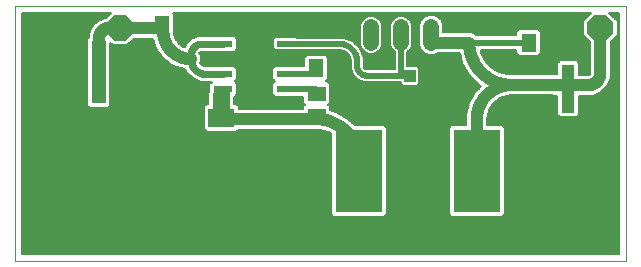
<source format=gtl>
G75*
%MOIN*%
%OFA0B0*%
%FSLAX25Y25*%
%IPPOS*%
%LPD*%
%AMOC8*
5,1,8,0,0,1.08239X$1,22.5*
%
%ADD10C,0.00000*%
%ADD11R,0.04700X0.21100*%
%ADD12R,0.05118X0.05906*%
%ADD13R,0.04300X0.16000*%
%ADD14R,0.05906X0.05118*%
%ADD15R,0.08583X0.06378*%
%ADD16R,0.15748X0.27559*%
%ADD17C,0.05200*%
%ADD18R,0.03937X0.04331*%
%ADD19R,0.06300X0.02100*%
%ADD20OC8,0.08500*%
%ADD21C,0.00600*%
%ADD22C,0.03569*%
%ADD23C,0.02000*%
%ADD24C,0.04000*%
%ADD25C,0.02200*%
D10*
X0012668Y0004395D02*
X0012668Y0089356D01*
X0216369Y0089356D01*
X0216369Y0004395D01*
X0012668Y0004395D01*
D11*
X0040533Y0028006D03*
X0040533Y0067206D03*
D12*
X0061604Y0083032D03*
X0069084Y0083032D03*
X0113000Y0068465D03*
X0120480Y0068465D03*
X0183752Y0077011D03*
X0191232Y0077011D03*
D13*
X0196972Y0061609D03*
X0196972Y0037009D03*
D14*
X0113127Y0052590D03*
X0113127Y0060070D03*
D15*
X0081385Y0052050D03*
X0081385Y0035436D03*
D16*
X0127137Y0034235D03*
X0166507Y0034235D03*
D17*
X0151272Y0077021D02*
X0151272Y0082221D01*
X0141272Y0082221D02*
X0141272Y0077021D01*
X0131272Y0077021D02*
X0131272Y0082221D01*
D18*
X0144225Y0065926D03*
X0150917Y0065926D03*
D19*
X0102904Y0066641D03*
X0102904Y0061641D03*
X0082004Y0061641D03*
X0082004Y0066641D03*
X0082004Y0071641D03*
X0082004Y0076641D03*
X0102904Y0076641D03*
X0102904Y0071641D03*
D20*
X0047668Y0081895D03*
X0207668Y0081895D03*
X0207668Y0011895D03*
X0047668Y0011895D03*
D21*
X0014968Y0012070D02*
X0214069Y0012070D01*
X0214069Y0012668D02*
X0014968Y0012668D01*
X0014968Y0013267D02*
X0214069Y0013267D01*
X0214069Y0013865D02*
X0014968Y0013865D01*
X0014968Y0014464D02*
X0214069Y0014464D01*
X0214069Y0015063D02*
X0014968Y0015063D01*
X0014968Y0015661D02*
X0214069Y0015661D01*
X0214069Y0016260D02*
X0014968Y0016260D01*
X0014968Y0016858D02*
X0214069Y0016858D01*
X0214069Y0017457D02*
X0014968Y0017457D01*
X0014968Y0018055D02*
X0214069Y0018055D01*
X0214069Y0018654D02*
X0014968Y0018654D01*
X0014968Y0019252D02*
X0118345Y0019252D01*
X0118641Y0018956D02*
X0117763Y0019835D01*
X0117763Y0046813D01*
X0116860Y0047317D01*
X0114139Y0048005D01*
X0112741Y0048077D01*
X0112709Y0048077D01*
X0112038Y0048067D01*
X0112014Y0048077D01*
X0087014Y0048077D01*
X0086298Y0047361D01*
X0076473Y0047361D01*
X0075594Y0048240D01*
X0075594Y0055860D01*
X0076473Y0056739D01*
X0077054Y0056739D01*
X0077054Y0060176D01*
X0077354Y0060899D01*
X0077354Y0063312D01*
X0078083Y0064041D01*
X0074621Y0064041D01*
X0071830Y0065197D01*
X0071830Y0065197D01*
X0069694Y0067333D01*
X0069694Y0067333D01*
X0069362Y0068134D01*
X0069135Y0068134D01*
X0065327Y0069372D01*
X0065327Y0069372D01*
X0062088Y0071725D01*
X0062088Y0071725D01*
X0062088Y0071725D01*
X0059735Y0074965D01*
X0059735Y0074965D01*
X0058620Y0078395D01*
X0052300Y0078395D01*
X0050050Y0076145D01*
X0045287Y0076145D01*
X0044383Y0077049D01*
X0044383Y0056035D01*
X0043505Y0055156D01*
X0037562Y0055156D01*
X0036683Y0056035D01*
X0036683Y0078377D01*
X0037129Y0078823D01*
X0037129Y0079953D01*
X0038164Y0082450D01*
X0038164Y0082450D01*
X0040075Y0084361D01*
X0040075Y0084361D01*
X0042572Y0085395D01*
X0043037Y0085395D01*
X0044697Y0087056D01*
X0014968Y0087056D01*
X0014968Y0006695D01*
X0214069Y0006695D01*
X0214069Y0087056D01*
X0210639Y0087056D01*
X0213418Y0084277D01*
X0213418Y0079514D01*
X0211168Y0077264D01*
X0211168Y0065403D01*
X0210027Y0062647D01*
X0210027Y0062647D01*
X0207917Y0060537D01*
X0207917Y0060537D01*
X0205160Y0059395D01*
X0200622Y0059395D01*
X0200622Y0052988D01*
X0199744Y0052109D01*
X0194201Y0052109D01*
X0193322Y0052988D01*
X0193322Y0059395D01*
X0191777Y0059395D01*
X0191666Y0059459D01*
X0178008Y0059459D01*
X0176964Y0059391D01*
X0174946Y0058850D01*
X0173137Y0057806D01*
X0171660Y0056329D01*
X0170616Y0054520D01*
X0170075Y0052502D01*
X0170007Y0051458D01*
X0170007Y0049515D01*
X0175002Y0049515D01*
X0175881Y0048636D01*
X0175881Y0019835D01*
X0175002Y0018956D01*
X0158011Y0018956D01*
X0157133Y0019835D01*
X0157133Y0048636D01*
X0158011Y0049515D01*
X0163007Y0049515D01*
X0163007Y0053433D01*
X0164029Y0057248D01*
X0164029Y0057248D01*
X0166004Y0060669D01*
X0166004Y0060669D01*
X0167910Y0062575D01*
X0167231Y0062966D01*
X0167231Y0062966D01*
X0167231Y0062966D01*
X0163964Y0066234D01*
X0163964Y0066234D01*
X0161653Y0070236D01*
X0161653Y0070236D01*
X0160776Y0073511D01*
X0153512Y0073511D01*
X0152088Y0072921D01*
X0150457Y0072921D01*
X0148950Y0073545D01*
X0147796Y0074698D01*
X0147172Y0076205D01*
X0147172Y0083036D01*
X0147796Y0084543D01*
X0148950Y0085696D01*
X0150457Y0086321D01*
X0152088Y0086321D01*
X0153595Y0085696D01*
X0154748Y0084543D01*
X0155372Y0083036D01*
X0155372Y0080511D01*
X0164653Y0080511D01*
X0165940Y0079978D01*
X0166407Y0079511D01*
X0179693Y0079511D01*
X0179693Y0080585D01*
X0180571Y0081463D01*
X0186932Y0081463D01*
X0187811Y0080585D01*
X0187811Y0073437D01*
X0186932Y0072558D01*
X0180571Y0072558D01*
X0179693Y0073437D01*
X0179693Y0074511D01*
X0167848Y0074511D01*
X0168260Y0072973D01*
X0169637Y0070587D01*
X0171585Y0068640D01*
X0173970Y0067263D01*
X0176631Y0066550D01*
X0178008Y0066459D01*
X0193322Y0066459D01*
X0193322Y0070230D01*
X0194201Y0071109D01*
X0199744Y0071109D01*
X0200622Y0070230D01*
X0200622Y0066395D01*
X0203668Y0066395D01*
X0203766Y0066405D01*
X0203946Y0066480D01*
X0204084Y0066617D01*
X0204159Y0066798D01*
X0204168Y0066895D01*
X0204168Y0077264D01*
X0201918Y0079514D01*
X0201918Y0084277D01*
X0204697Y0087056D01*
X0065213Y0087056D01*
X0065663Y0086606D01*
X0065663Y0079597D01*
X0066112Y0078214D01*
X0067149Y0076786D01*
X0068577Y0075749D01*
X0069080Y0075586D01*
X0069492Y0076579D01*
X0069492Y0076579D01*
X0071256Y0078343D01*
X0071256Y0078343D01*
X0073560Y0079297D01*
X0082659Y0079297D01*
X0082844Y0079191D01*
X0085775Y0079191D01*
X0086654Y0078312D01*
X0086654Y0074969D01*
X0085775Y0074091D01*
X0082642Y0074091D01*
X0082521Y0074041D01*
X0081487Y0074041D01*
X0081366Y0074091D01*
X0078233Y0074091D01*
X0078226Y0074097D01*
X0074807Y0074097D01*
X0074598Y0074077D01*
X0074213Y0073917D01*
X0074009Y0073713D01*
X0074105Y0073617D01*
X0074638Y0072331D01*
X0074638Y0070938D01*
X0074306Y0070139D01*
X0074801Y0069644D01*
X0075664Y0069287D01*
X0076131Y0069241D01*
X0082521Y0069241D01*
X0082642Y0069191D01*
X0085775Y0069191D01*
X0086654Y0068312D01*
X0086654Y0064969D01*
X0085825Y0064141D01*
X0086654Y0063312D01*
X0086654Y0059969D01*
X0085775Y0059091D01*
X0085715Y0059091D01*
X0085715Y0056739D01*
X0086298Y0056739D01*
X0087177Y0055860D01*
X0087177Y0055077D01*
X0108675Y0055077D01*
X0108675Y0055770D01*
X0109234Y0056330D01*
X0108675Y0056890D01*
X0108675Y0059038D01*
X0105698Y0059091D01*
X0099133Y0059091D01*
X0098254Y0059969D01*
X0098254Y0063312D01*
X0099083Y0064141D01*
X0098254Y0064969D01*
X0098254Y0068312D01*
X0099133Y0069191D01*
X0106675Y0069191D01*
X0106725Y0069141D01*
X0108941Y0069141D01*
X0108941Y0072039D01*
X0109820Y0072917D01*
X0116180Y0072917D01*
X0117059Y0072039D01*
X0117059Y0064890D01*
X0116298Y0064129D01*
X0116701Y0064129D01*
X0117580Y0063250D01*
X0117580Y0056890D01*
X0117020Y0056330D01*
X0117580Y0055770D01*
X0117580Y0054450D01*
X0119502Y0053964D01*
X0119502Y0053964D01*
X0123583Y0051685D01*
X0123583Y0051685D01*
X0125816Y0049515D01*
X0135632Y0049515D01*
X0136511Y0048636D01*
X0136511Y0019835D01*
X0135632Y0018956D01*
X0118641Y0018956D01*
X0117763Y0019851D02*
X0014968Y0019851D01*
X0014968Y0020449D02*
X0117763Y0020449D01*
X0117763Y0021048D02*
X0014968Y0021048D01*
X0014968Y0021646D02*
X0117763Y0021646D01*
X0117763Y0022245D02*
X0014968Y0022245D01*
X0014968Y0022843D02*
X0117763Y0022843D01*
X0117763Y0023442D02*
X0014968Y0023442D01*
X0014968Y0024040D02*
X0117763Y0024040D01*
X0117763Y0024639D02*
X0014968Y0024639D01*
X0014968Y0025237D02*
X0117763Y0025237D01*
X0117763Y0025836D02*
X0014968Y0025836D01*
X0014968Y0026434D02*
X0117763Y0026434D01*
X0117763Y0027033D02*
X0014968Y0027033D01*
X0014968Y0027631D02*
X0117763Y0027631D01*
X0117763Y0028230D02*
X0014968Y0028230D01*
X0014968Y0028828D02*
X0117763Y0028828D01*
X0117763Y0029427D02*
X0014968Y0029427D01*
X0014968Y0030025D02*
X0117763Y0030025D01*
X0117763Y0030624D02*
X0014968Y0030624D01*
X0014968Y0031222D02*
X0117763Y0031222D01*
X0117763Y0031821D02*
X0014968Y0031821D01*
X0014968Y0032419D02*
X0117763Y0032419D01*
X0117763Y0033018D02*
X0014968Y0033018D01*
X0014968Y0033616D02*
X0117763Y0033616D01*
X0117763Y0034215D02*
X0014968Y0034215D01*
X0014968Y0034813D02*
X0117763Y0034813D01*
X0117763Y0035412D02*
X0014968Y0035412D01*
X0014968Y0036010D02*
X0117763Y0036010D01*
X0117763Y0036609D02*
X0014968Y0036609D01*
X0014968Y0037207D02*
X0117763Y0037207D01*
X0117763Y0037806D02*
X0014968Y0037806D01*
X0014968Y0038404D02*
X0117763Y0038404D01*
X0117763Y0039003D02*
X0014968Y0039003D01*
X0014968Y0039601D02*
X0117763Y0039601D01*
X0117763Y0040200D02*
X0014968Y0040200D01*
X0014968Y0040798D02*
X0117763Y0040798D01*
X0117763Y0041397D02*
X0014968Y0041397D01*
X0014968Y0041996D02*
X0117763Y0041996D01*
X0117763Y0042594D02*
X0014968Y0042594D01*
X0014968Y0043193D02*
X0117763Y0043193D01*
X0117763Y0043791D02*
X0014968Y0043791D01*
X0014968Y0044390D02*
X0117763Y0044390D01*
X0117763Y0044988D02*
X0014968Y0044988D01*
X0014968Y0045587D02*
X0117763Y0045587D01*
X0117763Y0046185D02*
X0014968Y0046185D01*
X0014968Y0046784D02*
X0117763Y0046784D01*
X0116603Y0047382D02*
X0086319Y0047382D01*
X0086918Y0047981D02*
X0114235Y0047981D01*
X0121643Y0052769D02*
X0163007Y0052769D01*
X0163007Y0053367D02*
X0120571Y0053367D01*
X0119496Y0053966D02*
X0163150Y0053966D01*
X0163310Y0054564D02*
X0117580Y0054564D01*
X0117580Y0055163D02*
X0163470Y0055163D01*
X0163631Y0055761D02*
X0117580Y0055761D01*
X0117050Y0056360D02*
X0163791Y0056360D01*
X0163951Y0056958D02*
X0117580Y0056958D01*
X0117580Y0057557D02*
X0164207Y0057557D01*
X0164553Y0058155D02*
X0117580Y0058155D01*
X0117580Y0058754D02*
X0164898Y0058754D01*
X0165244Y0059352D02*
X0117580Y0059352D01*
X0117580Y0059951D02*
X0165589Y0059951D01*
X0165935Y0060549D02*
X0117580Y0060549D01*
X0117580Y0061148D02*
X0166483Y0061148D01*
X0167081Y0061746D02*
X0117580Y0061746D01*
X0117580Y0062345D02*
X0167680Y0062345D01*
X0167271Y0062943D02*
X0146932Y0062943D01*
X0146649Y0062661D02*
X0147293Y0063305D01*
X0147293Y0068547D01*
X0146649Y0069191D01*
X0143372Y0069191D01*
X0143372Y0073888D01*
X0144409Y0074925D01*
X0144972Y0076285D01*
X0144972Y0082957D01*
X0144409Y0084316D01*
X0143368Y0085357D01*
X0142008Y0085921D01*
X0140536Y0085921D01*
X0139176Y0085357D01*
X0138136Y0084316D01*
X0137572Y0082957D01*
X0137572Y0076285D01*
X0138136Y0074925D01*
X0139172Y0073888D01*
X0139172Y0068158D01*
X0129788Y0068158D01*
X0129584Y0068178D01*
X0129208Y0068334D01*
X0128919Y0068622D01*
X0128763Y0068999D01*
X0128743Y0069203D01*
X0128743Y0072231D01*
X0127506Y0075218D01*
X0125220Y0077504D01*
X0122234Y0078741D01*
X0106560Y0078741D01*
X0106510Y0078791D01*
X0099298Y0078791D01*
X0098654Y0078146D01*
X0098654Y0075135D01*
X0099298Y0074491D01*
X0106510Y0074491D01*
X0106560Y0074541D01*
X0120618Y0074541D01*
X0121384Y0074465D01*
X0122799Y0073879D01*
X0123882Y0072796D01*
X0124468Y0071381D01*
X0124543Y0070615D01*
X0124543Y0068160D01*
X0125342Y0066232D01*
X0126817Y0064757D01*
X0126817Y0064757D01*
X0128745Y0063958D01*
X0141156Y0063958D01*
X0141156Y0063305D01*
X0141800Y0062661D01*
X0146649Y0062661D01*
X0147293Y0063542D02*
X0166656Y0063542D01*
X0166057Y0064140D02*
X0147293Y0064140D01*
X0147293Y0064739D02*
X0165459Y0064739D01*
X0164860Y0065337D02*
X0147293Y0065337D01*
X0147293Y0065936D02*
X0164262Y0065936D01*
X0163790Y0066534D02*
X0147293Y0066534D01*
X0147293Y0067133D02*
X0163445Y0067133D01*
X0163099Y0067732D02*
X0147293Y0067732D01*
X0147293Y0068330D02*
X0162754Y0068330D01*
X0162408Y0068929D02*
X0146911Y0068929D01*
X0143372Y0069527D02*
X0162062Y0069527D01*
X0161717Y0070126D02*
X0143372Y0070126D01*
X0143372Y0070724D02*
X0161522Y0070724D01*
X0161362Y0071323D02*
X0143372Y0071323D01*
X0143372Y0071921D02*
X0161202Y0071921D01*
X0161041Y0072520D02*
X0143372Y0072520D01*
X0143372Y0073118D02*
X0149980Y0073118D01*
X0148778Y0073717D02*
X0143372Y0073717D01*
X0143799Y0074315D02*
X0148179Y0074315D01*
X0147707Y0074914D02*
X0144398Y0074914D01*
X0144652Y0075512D02*
X0147459Y0075512D01*
X0147211Y0076111D02*
X0144900Y0076111D01*
X0144972Y0076709D02*
X0147172Y0076709D01*
X0147172Y0077308D02*
X0144972Y0077308D01*
X0144972Y0077906D02*
X0147172Y0077906D01*
X0147172Y0078505D02*
X0144972Y0078505D01*
X0144972Y0079103D02*
X0147172Y0079103D01*
X0147172Y0079702D02*
X0144972Y0079702D01*
X0144972Y0080300D02*
X0147172Y0080300D01*
X0147172Y0080899D02*
X0144972Y0080899D01*
X0144972Y0081497D02*
X0147172Y0081497D01*
X0147172Y0082096D02*
X0144972Y0082096D01*
X0144972Y0082694D02*
X0147172Y0082694D01*
X0147279Y0083293D02*
X0144833Y0083293D01*
X0144585Y0083891D02*
X0147526Y0083891D01*
X0147774Y0084490D02*
X0144236Y0084490D01*
X0143637Y0085088D02*
X0148342Y0085088D01*
X0148940Y0085687D02*
X0142573Y0085687D01*
X0139972Y0085687D02*
X0132573Y0085687D01*
X0132008Y0085921D02*
X0130536Y0085921D01*
X0129176Y0085357D01*
X0128136Y0084316D01*
X0127572Y0082957D01*
X0127572Y0076285D01*
X0128136Y0074925D01*
X0129176Y0073884D01*
X0130536Y0073321D01*
X0132008Y0073321D01*
X0133368Y0073884D01*
X0134409Y0074925D01*
X0134972Y0076285D01*
X0134972Y0082957D01*
X0134409Y0084316D01*
X0133368Y0085357D01*
X0132008Y0085921D01*
X0133637Y0085088D02*
X0138907Y0085088D01*
X0138309Y0084490D02*
X0134236Y0084490D01*
X0134585Y0083891D02*
X0137959Y0083891D01*
X0137712Y0083293D02*
X0134833Y0083293D01*
X0134972Y0082694D02*
X0137572Y0082694D01*
X0137572Y0082096D02*
X0134972Y0082096D01*
X0134972Y0081497D02*
X0137572Y0081497D01*
X0137572Y0080899D02*
X0134972Y0080899D01*
X0134972Y0080300D02*
X0137572Y0080300D01*
X0137572Y0079702D02*
X0134972Y0079702D01*
X0134972Y0079103D02*
X0137572Y0079103D01*
X0137572Y0078505D02*
X0134972Y0078505D01*
X0134972Y0077906D02*
X0137572Y0077906D01*
X0137572Y0077308D02*
X0134972Y0077308D01*
X0134972Y0076709D02*
X0137572Y0076709D01*
X0137644Y0076111D02*
X0134900Y0076111D01*
X0134652Y0075512D02*
X0137892Y0075512D01*
X0138147Y0074914D02*
X0134398Y0074914D01*
X0133799Y0074315D02*
X0138745Y0074315D01*
X0139172Y0073717D02*
X0132964Y0073717D01*
X0129580Y0073717D02*
X0128128Y0073717D01*
X0127880Y0074315D02*
X0128745Y0074315D01*
X0128147Y0074914D02*
X0127632Y0074914D01*
X0127506Y0075218D02*
X0127506Y0075218D01*
X0127212Y0075512D02*
X0127892Y0075512D01*
X0127644Y0076111D02*
X0126613Y0076111D01*
X0126015Y0076709D02*
X0127572Y0076709D01*
X0127572Y0077308D02*
X0125416Y0077308D01*
X0125220Y0077504D02*
X0125220Y0077504D01*
X0124249Y0077906D02*
X0127572Y0077906D01*
X0127572Y0078505D02*
X0122804Y0078505D01*
X0127572Y0079103D02*
X0085863Y0079103D01*
X0086461Y0078505D02*
X0099012Y0078505D01*
X0098654Y0077906D02*
X0086654Y0077906D01*
X0086654Y0077308D02*
X0098654Y0077308D01*
X0098654Y0076709D02*
X0086654Y0076709D01*
X0086654Y0076111D02*
X0098654Y0076111D01*
X0098654Y0075512D02*
X0086654Y0075512D01*
X0086598Y0074914D02*
X0098875Y0074914D01*
X0108941Y0071921D02*
X0074638Y0071921D01*
X0074638Y0071323D02*
X0108941Y0071323D01*
X0108941Y0070724D02*
X0074549Y0070724D01*
X0074320Y0070126D02*
X0108941Y0070126D01*
X0108941Y0069527D02*
X0075084Y0069527D01*
X0074559Y0072520D02*
X0109422Y0072520D01*
X0116578Y0072520D02*
X0123996Y0072520D01*
X0124244Y0071921D02*
X0117059Y0071921D01*
X0117059Y0071323D02*
X0124474Y0071323D01*
X0124533Y0070724D02*
X0117059Y0070724D01*
X0117059Y0070126D02*
X0124543Y0070126D01*
X0124543Y0069527D02*
X0117059Y0069527D01*
X0117059Y0068929D02*
X0124543Y0068929D01*
X0124543Y0068330D02*
X0117059Y0068330D01*
X0117059Y0067732D02*
X0124721Y0067732D01*
X0124543Y0068160D02*
X0124543Y0068160D01*
X0124968Y0067133D02*
X0117059Y0067133D01*
X0117059Y0066534D02*
X0125216Y0066534D01*
X0125638Y0065936D02*
X0117059Y0065936D01*
X0117059Y0065337D02*
X0126236Y0065337D01*
X0126860Y0064739D02*
X0116908Y0064739D01*
X0116309Y0064140D02*
X0128305Y0064140D01*
X0129218Y0068330D02*
X0139172Y0068330D01*
X0139172Y0068929D02*
X0128793Y0068929D01*
X0128743Y0069527D02*
X0139172Y0069527D01*
X0139172Y0070126D02*
X0128743Y0070126D01*
X0128743Y0070724D02*
X0139172Y0070724D01*
X0139172Y0071323D02*
X0128743Y0071323D01*
X0128743Y0071921D02*
X0139172Y0071921D01*
X0139172Y0072520D02*
X0128624Y0072520D01*
X0128376Y0073118D02*
X0139172Y0073118D01*
X0152565Y0073118D02*
X0160881Y0073118D01*
X0167900Y0074315D02*
X0179693Y0074315D01*
X0179693Y0073717D02*
X0168061Y0073717D01*
X0168221Y0073118D02*
X0180011Y0073118D01*
X0187492Y0073118D02*
X0204168Y0073118D01*
X0204168Y0072520D02*
X0168522Y0072520D01*
X0168867Y0071921D02*
X0204168Y0071921D01*
X0204168Y0071323D02*
X0169213Y0071323D01*
X0169558Y0070724D02*
X0193816Y0070724D01*
X0193322Y0070126D02*
X0170099Y0070126D01*
X0170698Y0069527D02*
X0193322Y0069527D01*
X0193322Y0068929D02*
X0171296Y0068929D01*
X0172122Y0068330D02*
X0193322Y0068330D01*
X0193322Y0067732D02*
X0173158Y0067732D01*
X0174454Y0067133D02*
X0193322Y0067133D01*
X0193322Y0066534D02*
X0176863Y0066534D01*
X0176820Y0059352D02*
X0193322Y0059352D01*
X0193322Y0058754D02*
X0174779Y0058754D01*
X0173742Y0058155D02*
X0193322Y0058155D01*
X0193322Y0057557D02*
X0172888Y0057557D01*
X0172290Y0056958D02*
X0193322Y0056958D01*
X0193322Y0056360D02*
X0171691Y0056360D01*
X0171332Y0055761D02*
X0193322Y0055761D01*
X0193322Y0055163D02*
X0170987Y0055163D01*
X0170641Y0054564D02*
X0193322Y0054564D01*
X0193322Y0053966D02*
X0170467Y0053966D01*
X0170307Y0053367D02*
X0193322Y0053367D01*
X0193541Y0052769D02*
X0170147Y0052769D01*
X0170053Y0052170D02*
X0194140Y0052170D01*
X0199805Y0052170D02*
X0214069Y0052170D01*
X0214069Y0051572D02*
X0170014Y0051572D01*
X0170007Y0050973D02*
X0214069Y0050973D01*
X0214069Y0050375D02*
X0170007Y0050375D01*
X0170007Y0049776D02*
X0214069Y0049776D01*
X0214069Y0049178D02*
X0175339Y0049178D01*
X0175881Y0048579D02*
X0214069Y0048579D01*
X0214069Y0047981D02*
X0175881Y0047981D01*
X0175881Y0047382D02*
X0214069Y0047382D01*
X0214069Y0046784D02*
X0175881Y0046784D01*
X0175881Y0046185D02*
X0214069Y0046185D01*
X0214069Y0045587D02*
X0175881Y0045587D01*
X0175881Y0044988D02*
X0214069Y0044988D01*
X0214069Y0044390D02*
X0175881Y0044390D01*
X0175881Y0043791D02*
X0214069Y0043791D01*
X0214069Y0043193D02*
X0175881Y0043193D01*
X0175881Y0042594D02*
X0214069Y0042594D01*
X0214069Y0041996D02*
X0175881Y0041996D01*
X0175881Y0041397D02*
X0214069Y0041397D01*
X0214069Y0040798D02*
X0175881Y0040798D01*
X0175881Y0040200D02*
X0214069Y0040200D01*
X0214069Y0039601D02*
X0175881Y0039601D01*
X0175881Y0039003D02*
X0214069Y0039003D01*
X0214069Y0038404D02*
X0175881Y0038404D01*
X0175881Y0037806D02*
X0214069Y0037806D01*
X0214069Y0037207D02*
X0175881Y0037207D01*
X0175881Y0036609D02*
X0214069Y0036609D01*
X0214069Y0036010D02*
X0175881Y0036010D01*
X0175881Y0035412D02*
X0214069Y0035412D01*
X0214069Y0034813D02*
X0175881Y0034813D01*
X0175881Y0034215D02*
X0214069Y0034215D01*
X0214069Y0033616D02*
X0175881Y0033616D01*
X0175881Y0033018D02*
X0214069Y0033018D01*
X0214069Y0032419D02*
X0175881Y0032419D01*
X0175881Y0031821D02*
X0214069Y0031821D01*
X0214069Y0031222D02*
X0175881Y0031222D01*
X0175881Y0030624D02*
X0214069Y0030624D01*
X0214069Y0030025D02*
X0175881Y0030025D01*
X0175881Y0029427D02*
X0214069Y0029427D01*
X0214069Y0028828D02*
X0175881Y0028828D01*
X0175881Y0028230D02*
X0214069Y0028230D01*
X0214069Y0027631D02*
X0175881Y0027631D01*
X0175881Y0027033D02*
X0214069Y0027033D01*
X0214069Y0026434D02*
X0175881Y0026434D01*
X0175881Y0025836D02*
X0214069Y0025836D01*
X0214069Y0025237D02*
X0175881Y0025237D01*
X0175881Y0024639D02*
X0214069Y0024639D01*
X0214069Y0024040D02*
X0175881Y0024040D01*
X0175881Y0023442D02*
X0214069Y0023442D01*
X0214069Y0022843D02*
X0175881Y0022843D01*
X0175881Y0022245D02*
X0214069Y0022245D01*
X0214069Y0021646D02*
X0175881Y0021646D01*
X0175881Y0021048D02*
X0214069Y0021048D01*
X0214069Y0020449D02*
X0175881Y0020449D01*
X0175881Y0019851D02*
X0214069Y0019851D01*
X0214069Y0019252D02*
X0175298Y0019252D01*
X0157715Y0019252D02*
X0135928Y0019252D01*
X0136511Y0019851D02*
X0157133Y0019851D01*
X0157133Y0020449D02*
X0136511Y0020449D01*
X0136511Y0021048D02*
X0157133Y0021048D01*
X0157133Y0021646D02*
X0136511Y0021646D01*
X0136511Y0022245D02*
X0157133Y0022245D01*
X0157133Y0022843D02*
X0136511Y0022843D01*
X0136511Y0023442D02*
X0157133Y0023442D01*
X0157133Y0024040D02*
X0136511Y0024040D01*
X0136511Y0024639D02*
X0157133Y0024639D01*
X0157133Y0025237D02*
X0136511Y0025237D01*
X0136511Y0025836D02*
X0157133Y0025836D01*
X0157133Y0026434D02*
X0136511Y0026434D01*
X0136511Y0027033D02*
X0157133Y0027033D01*
X0157133Y0027631D02*
X0136511Y0027631D01*
X0136511Y0028230D02*
X0157133Y0028230D01*
X0157133Y0028828D02*
X0136511Y0028828D01*
X0136511Y0029427D02*
X0157133Y0029427D01*
X0157133Y0030025D02*
X0136511Y0030025D01*
X0136511Y0030624D02*
X0157133Y0030624D01*
X0157133Y0031222D02*
X0136511Y0031222D01*
X0136511Y0031821D02*
X0157133Y0031821D01*
X0157133Y0032419D02*
X0136511Y0032419D01*
X0136511Y0033018D02*
X0157133Y0033018D01*
X0157133Y0033616D02*
X0136511Y0033616D01*
X0136511Y0034215D02*
X0157133Y0034215D01*
X0157133Y0034813D02*
X0136511Y0034813D01*
X0136511Y0035412D02*
X0157133Y0035412D01*
X0157133Y0036010D02*
X0136511Y0036010D01*
X0136511Y0036609D02*
X0157133Y0036609D01*
X0157133Y0037207D02*
X0136511Y0037207D01*
X0136511Y0037806D02*
X0157133Y0037806D01*
X0157133Y0038404D02*
X0136511Y0038404D01*
X0136511Y0039003D02*
X0157133Y0039003D01*
X0157133Y0039601D02*
X0136511Y0039601D01*
X0136511Y0040200D02*
X0157133Y0040200D01*
X0157133Y0040798D02*
X0136511Y0040798D01*
X0136511Y0041397D02*
X0157133Y0041397D01*
X0157133Y0041996D02*
X0136511Y0041996D01*
X0136511Y0042594D02*
X0157133Y0042594D01*
X0157133Y0043193D02*
X0136511Y0043193D01*
X0136511Y0043791D02*
X0157133Y0043791D01*
X0157133Y0044390D02*
X0136511Y0044390D01*
X0136511Y0044988D02*
X0157133Y0044988D01*
X0157133Y0045587D02*
X0136511Y0045587D01*
X0136511Y0046185D02*
X0157133Y0046185D01*
X0157133Y0046784D02*
X0136511Y0046784D01*
X0136511Y0047382D02*
X0157133Y0047382D01*
X0157133Y0047981D02*
X0136511Y0047981D01*
X0136511Y0048579D02*
X0157133Y0048579D01*
X0157674Y0049178D02*
X0135969Y0049178D01*
X0125547Y0049776D02*
X0163007Y0049776D01*
X0163007Y0050375D02*
X0124931Y0050375D01*
X0124316Y0050973D02*
X0163007Y0050973D01*
X0163007Y0051572D02*
X0123700Y0051572D01*
X0122715Y0052170D02*
X0163007Y0052170D01*
X0141518Y0062943D02*
X0117580Y0062943D01*
X0117289Y0063542D02*
X0141156Y0063542D01*
X0123560Y0073118D02*
X0074311Y0073118D01*
X0074013Y0073717D02*
X0122961Y0073717D01*
X0121746Y0074315D02*
X0086000Y0074315D01*
X0086037Y0068929D02*
X0098870Y0068929D01*
X0098272Y0068330D02*
X0086636Y0068330D01*
X0086654Y0067732D02*
X0098254Y0067732D01*
X0098254Y0067133D02*
X0086654Y0067133D01*
X0086654Y0066534D02*
X0098254Y0066534D01*
X0098254Y0065936D02*
X0086654Y0065936D01*
X0086654Y0065337D02*
X0098254Y0065337D01*
X0098484Y0064739D02*
X0086423Y0064739D01*
X0085825Y0064140D02*
X0099082Y0064140D01*
X0098484Y0063542D02*
X0086424Y0063542D01*
X0086654Y0062943D02*
X0098254Y0062943D01*
X0098254Y0062345D02*
X0086654Y0062345D01*
X0086654Y0061746D02*
X0098254Y0061746D01*
X0098254Y0061148D02*
X0086654Y0061148D01*
X0086654Y0060549D02*
X0098254Y0060549D01*
X0098272Y0059951D02*
X0086635Y0059951D01*
X0086037Y0059352D02*
X0098871Y0059352D01*
X0108675Y0058754D02*
X0085715Y0058754D01*
X0085715Y0058155D02*
X0108675Y0058155D01*
X0108675Y0057557D02*
X0085715Y0057557D01*
X0085715Y0056958D02*
X0108675Y0056958D01*
X0109204Y0056360D02*
X0086677Y0056360D01*
X0087177Y0055761D02*
X0108675Y0055761D01*
X0108675Y0055163D02*
X0087177Y0055163D01*
X0077054Y0056958D02*
X0044383Y0056958D01*
X0044383Y0056360D02*
X0076094Y0056360D01*
X0075594Y0055761D02*
X0044110Y0055761D01*
X0043511Y0055163D02*
X0075594Y0055163D01*
X0075594Y0054564D02*
X0014968Y0054564D01*
X0014968Y0053966D02*
X0075594Y0053966D01*
X0075594Y0053367D02*
X0014968Y0053367D01*
X0014968Y0052769D02*
X0075594Y0052769D01*
X0075594Y0052170D02*
X0014968Y0052170D01*
X0014968Y0051572D02*
X0075594Y0051572D01*
X0075594Y0050973D02*
X0014968Y0050973D01*
X0014968Y0050375D02*
X0075594Y0050375D01*
X0075594Y0049776D02*
X0014968Y0049776D01*
X0014968Y0049178D02*
X0075594Y0049178D01*
X0075594Y0048579D02*
X0014968Y0048579D01*
X0014968Y0047981D02*
X0075853Y0047981D01*
X0076452Y0047382D02*
X0014968Y0047382D01*
X0014968Y0055163D02*
X0037555Y0055163D01*
X0036957Y0055761D02*
X0014968Y0055761D01*
X0014968Y0056360D02*
X0036683Y0056360D01*
X0036683Y0056958D02*
X0014968Y0056958D01*
X0014968Y0057557D02*
X0036683Y0057557D01*
X0036683Y0058155D02*
X0014968Y0058155D01*
X0014968Y0058754D02*
X0036683Y0058754D01*
X0036683Y0059352D02*
X0014968Y0059352D01*
X0014968Y0059951D02*
X0036683Y0059951D01*
X0036683Y0060549D02*
X0014968Y0060549D01*
X0014968Y0061148D02*
X0036683Y0061148D01*
X0036683Y0061746D02*
X0014968Y0061746D01*
X0014968Y0062345D02*
X0036683Y0062345D01*
X0036683Y0062943D02*
X0014968Y0062943D01*
X0014968Y0063542D02*
X0036683Y0063542D01*
X0036683Y0064140D02*
X0014968Y0064140D01*
X0014968Y0064739D02*
X0036683Y0064739D01*
X0036683Y0065337D02*
X0014968Y0065337D01*
X0014968Y0065936D02*
X0036683Y0065936D01*
X0036683Y0066534D02*
X0014968Y0066534D01*
X0014968Y0067133D02*
X0036683Y0067133D01*
X0036683Y0067732D02*
X0014968Y0067732D01*
X0014968Y0068330D02*
X0036683Y0068330D01*
X0036683Y0068929D02*
X0014968Y0068929D01*
X0014968Y0069527D02*
X0036683Y0069527D01*
X0036683Y0070126D02*
X0014968Y0070126D01*
X0014968Y0070724D02*
X0036683Y0070724D01*
X0036683Y0071323D02*
X0014968Y0071323D01*
X0014968Y0071921D02*
X0036683Y0071921D01*
X0036683Y0072520D02*
X0014968Y0072520D01*
X0014968Y0073118D02*
X0036683Y0073118D01*
X0036683Y0073717D02*
X0014968Y0073717D01*
X0014968Y0074315D02*
X0036683Y0074315D01*
X0036683Y0074914D02*
X0014968Y0074914D01*
X0014968Y0075512D02*
X0036683Y0075512D01*
X0036683Y0076111D02*
X0014968Y0076111D01*
X0014968Y0076709D02*
X0036683Y0076709D01*
X0036683Y0077308D02*
X0014968Y0077308D01*
X0014968Y0077906D02*
X0036683Y0077906D01*
X0036811Y0078505D02*
X0014968Y0078505D01*
X0014968Y0079103D02*
X0037129Y0079103D01*
X0037129Y0079702D02*
X0014968Y0079702D01*
X0014968Y0080300D02*
X0037273Y0080300D01*
X0037521Y0080899D02*
X0014968Y0080899D01*
X0014968Y0081497D02*
X0037769Y0081497D01*
X0038017Y0082096D02*
X0014968Y0082096D01*
X0014968Y0082694D02*
X0038408Y0082694D01*
X0039007Y0083293D02*
X0014968Y0083293D01*
X0014968Y0083891D02*
X0039605Y0083891D01*
X0040386Y0084490D02*
X0014968Y0084490D01*
X0014968Y0085088D02*
X0041831Y0085088D01*
X0043328Y0085687D02*
X0014968Y0085687D01*
X0014968Y0086285D02*
X0043927Y0086285D01*
X0044525Y0086884D02*
X0014968Y0086884D01*
X0044383Y0076709D02*
X0044723Y0076709D01*
X0044383Y0076111D02*
X0059362Y0076111D01*
X0059168Y0076709D02*
X0050614Y0076709D01*
X0051212Y0077308D02*
X0058973Y0077308D01*
X0058779Y0077906D02*
X0051811Y0077906D01*
X0044383Y0075512D02*
X0059557Y0075512D01*
X0059772Y0074914D02*
X0044383Y0074914D01*
X0044383Y0074315D02*
X0060206Y0074315D01*
X0060641Y0073717D02*
X0044383Y0073717D01*
X0044383Y0073118D02*
X0061076Y0073118D01*
X0061511Y0072520D02*
X0044383Y0072520D01*
X0044383Y0071921D02*
X0061946Y0071921D01*
X0062642Y0071323D02*
X0044383Y0071323D01*
X0044383Y0070724D02*
X0063466Y0070724D01*
X0064290Y0070126D02*
X0044383Y0070126D01*
X0044383Y0069527D02*
X0065114Y0069527D01*
X0066692Y0068929D02*
X0044383Y0068929D01*
X0044383Y0068330D02*
X0068534Y0068330D01*
X0069528Y0067732D02*
X0044383Y0067732D01*
X0044383Y0067133D02*
X0069894Y0067133D01*
X0070492Y0066534D02*
X0044383Y0066534D01*
X0044383Y0065936D02*
X0071091Y0065936D01*
X0071689Y0065337D02*
X0044383Y0065337D01*
X0044383Y0064739D02*
X0072935Y0064739D01*
X0074380Y0064140D02*
X0044383Y0064140D01*
X0044383Y0063542D02*
X0077584Y0063542D01*
X0077354Y0062943D02*
X0044383Y0062943D01*
X0044383Y0062345D02*
X0077354Y0062345D01*
X0077354Y0061746D02*
X0044383Y0061746D01*
X0044383Y0061148D02*
X0077354Y0061148D01*
X0077209Y0060549D02*
X0044383Y0060549D01*
X0044383Y0059951D02*
X0077054Y0059951D01*
X0077054Y0059352D02*
X0044383Y0059352D01*
X0044383Y0058754D02*
X0077054Y0058754D01*
X0077054Y0058155D02*
X0044383Y0058155D01*
X0044383Y0057557D02*
X0077054Y0057557D01*
X0069298Y0076111D02*
X0068079Y0076111D01*
X0067256Y0076709D02*
X0069622Y0076709D01*
X0070221Y0077308D02*
X0066771Y0077308D01*
X0066336Y0077906D02*
X0070819Y0077906D01*
X0071647Y0078505D02*
X0066018Y0078505D01*
X0065823Y0079103D02*
X0073092Y0079103D01*
X0065663Y0079702D02*
X0127572Y0079702D01*
X0127572Y0080300D02*
X0065663Y0080300D01*
X0065663Y0080899D02*
X0127572Y0080899D01*
X0127572Y0081497D02*
X0065663Y0081497D01*
X0065663Y0082096D02*
X0127572Y0082096D01*
X0127572Y0082694D02*
X0065663Y0082694D01*
X0065663Y0083293D02*
X0127712Y0083293D01*
X0127959Y0083891D02*
X0065663Y0083891D01*
X0065663Y0084490D02*
X0128309Y0084490D01*
X0128907Y0085088D02*
X0065663Y0085088D01*
X0065663Y0085687D02*
X0129972Y0085687D01*
X0150372Y0086285D02*
X0065663Y0086285D01*
X0065385Y0086884D02*
X0204525Y0086884D01*
X0203927Y0086285D02*
X0152173Y0086285D01*
X0153604Y0085687D02*
X0203328Y0085687D01*
X0202730Y0085088D02*
X0154203Y0085088D01*
X0154770Y0084490D02*
X0202131Y0084490D01*
X0201918Y0083891D02*
X0155018Y0083891D01*
X0155266Y0083293D02*
X0201918Y0083293D01*
X0201918Y0082694D02*
X0155372Y0082694D01*
X0155372Y0082096D02*
X0201918Y0082096D01*
X0201918Y0081497D02*
X0155372Y0081497D01*
X0155372Y0080899D02*
X0180007Y0080899D01*
X0179693Y0080300D02*
X0165161Y0080300D01*
X0166216Y0079702D02*
X0179693Y0079702D01*
X0187497Y0080899D02*
X0201918Y0080899D01*
X0201918Y0080300D02*
X0187811Y0080300D01*
X0187811Y0079702D02*
X0201918Y0079702D01*
X0202329Y0079103D02*
X0187811Y0079103D01*
X0187811Y0078505D02*
X0202927Y0078505D01*
X0203526Y0077906D02*
X0187811Y0077906D01*
X0187811Y0077308D02*
X0204124Y0077308D01*
X0204168Y0076709D02*
X0187811Y0076709D01*
X0187811Y0076111D02*
X0204168Y0076111D01*
X0204168Y0075512D02*
X0187811Y0075512D01*
X0187811Y0074914D02*
X0204168Y0074914D01*
X0204168Y0074315D02*
X0187811Y0074315D01*
X0187811Y0073717D02*
X0204168Y0073717D01*
X0204168Y0070724D02*
X0200129Y0070724D01*
X0200622Y0070126D02*
X0204168Y0070126D01*
X0204168Y0069527D02*
X0200622Y0069527D01*
X0200622Y0068929D02*
X0204168Y0068929D01*
X0204168Y0068330D02*
X0200622Y0068330D01*
X0200622Y0067732D02*
X0204168Y0067732D01*
X0204168Y0067133D02*
X0200622Y0067133D01*
X0200622Y0066534D02*
X0204001Y0066534D01*
X0210397Y0063542D02*
X0214069Y0063542D01*
X0214069Y0064140D02*
X0210645Y0064140D01*
X0210893Y0064739D02*
X0214069Y0064739D01*
X0214069Y0065337D02*
X0211141Y0065337D01*
X0211168Y0065936D02*
X0214069Y0065936D01*
X0214069Y0066534D02*
X0211168Y0066534D01*
X0211168Y0067133D02*
X0214069Y0067133D01*
X0214069Y0067732D02*
X0211168Y0067732D01*
X0211168Y0068330D02*
X0214069Y0068330D01*
X0214069Y0068929D02*
X0211168Y0068929D01*
X0211168Y0069527D02*
X0214069Y0069527D01*
X0214069Y0070126D02*
X0211168Y0070126D01*
X0211168Y0070724D02*
X0214069Y0070724D01*
X0214069Y0071323D02*
X0211168Y0071323D01*
X0211168Y0071921D02*
X0214069Y0071921D01*
X0214069Y0072520D02*
X0211168Y0072520D01*
X0211168Y0073118D02*
X0214069Y0073118D01*
X0214069Y0073717D02*
X0211168Y0073717D01*
X0211168Y0074315D02*
X0214069Y0074315D01*
X0214069Y0074914D02*
X0211168Y0074914D01*
X0211168Y0075512D02*
X0214069Y0075512D01*
X0214069Y0076111D02*
X0211168Y0076111D01*
X0211168Y0076709D02*
X0214069Y0076709D01*
X0214069Y0077308D02*
X0211212Y0077308D01*
X0211811Y0077906D02*
X0214069Y0077906D01*
X0214069Y0078505D02*
X0212409Y0078505D01*
X0213008Y0079103D02*
X0214069Y0079103D01*
X0214069Y0079702D02*
X0213418Y0079702D01*
X0213418Y0080300D02*
X0214069Y0080300D01*
X0214069Y0080899D02*
X0213418Y0080899D01*
X0213418Y0081497D02*
X0214069Y0081497D01*
X0214069Y0082096D02*
X0213418Y0082096D01*
X0213418Y0082694D02*
X0214069Y0082694D01*
X0214069Y0083293D02*
X0213418Y0083293D01*
X0213418Y0083891D02*
X0214069Y0083891D01*
X0214069Y0084490D02*
X0213205Y0084490D01*
X0212607Y0085088D02*
X0214069Y0085088D01*
X0214069Y0085687D02*
X0212008Y0085687D01*
X0211410Y0086285D02*
X0214069Y0086285D01*
X0214069Y0086884D02*
X0210811Y0086884D01*
X0210149Y0062943D02*
X0214069Y0062943D01*
X0214069Y0062345D02*
X0209725Y0062345D01*
X0209126Y0061746D02*
X0214069Y0061746D01*
X0214069Y0061148D02*
X0208528Y0061148D01*
X0207929Y0060549D02*
X0214069Y0060549D01*
X0214069Y0059951D02*
X0206501Y0059951D01*
X0200622Y0059352D02*
X0214069Y0059352D01*
X0214069Y0058754D02*
X0200622Y0058754D01*
X0200622Y0058155D02*
X0214069Y0058155D01*
X0214069Y0057557D02*
X0200622Y0057557D01*
X0200622Y0056958D02*
X0214069Y0056958D01*
X0214069Y0056360D02*
X0200622Y0056360D01*
X0200622Y0055761D02*
X0214069Y0055761D01*
X0214069Y0055163D02*
X0200622Y0055163D01*
X0200622Y0054564D02*
X0214069Y0054564D01*
X0214069Y0053966D02*
X0200622Y0053966D01*
X0200622Y0053367D02*
X0214069Y0053367D01*
X0214069Y0052769D02*
X0200403Y0052769D01*
X0214069Y0011471D02*
X0014968Y0011471D01*
X0014968Y0010873D02*
X0214069Y0010873D01*
X0214069Y0010274D02*
X0014968Y0010274D01*
X0014968Y0009676D02*
X0214069Y0009676D01*
X0214069Y0009077D02*
X0014968Y0009077D01*
X0014968Y0008479D02*
X0214069Y0008479D01*
X0214069Y0007880D02*
X0014968Y0007880D01*
X0014968Y0007282D02*
X0214069Y0007282D01*
D22*
X0201915Y0031009D03*
X0191915Y0031009D03*
X0191915Y0036009D03*
X0201915Y0036009D03*
X0094915Y0063509D03*
X0089915Y0063509D03*
X0089915Y0068509D03*
X0094915Y0068509D03*
X0094915Y0073509D03*
X0089915Y0073509D03*
X0089915Y0078509D03*
X0094915Y0078509D03*
X0047415Y0031009D03*
X0047415Y0026009D03*
X0032415Y0026009D03*
X0032415Y0031009D03*
D23*
X0080993Y0052050D02*
X0081385Y0052050D01*
X0081594Y0052050D01*
X0081385Y0052050D02*
X0081385Y0053986D01*
X0081385Y0061022D01*
X0081386Y0061022D02*
X0081388Y0061070D01*
X0081394Y0061119D01*
X0081403Y0061166D01*
X0081416Y0061213D01*
X0081433Y0061258D01*
X0081453Y0061303D01*
X0081477Y0061345D01*
X0081504Y0061385D01*
X0081534Y0061423D01*
X0081567Y0061459D01*
X0081603Y0061492D01*
X0081641Y0061522D01*
X0081681Y0061549D01*
X0081723Y0061573D01*
X0081768Y0061593D01*
X0081813Y0061610D01*
X0081860Y0061623D01*
X0081907Y0061632D01*
X0081956Y0061638D01*
X0082004Y0061640D01*
X0082072Y0061638D01*
X0082140Y0061632D01*
X0082207Y0061623D01*
X0082273Y0061610D01*
X0082339Y0061593D01*
X0082404Y0061572D01*
X0082467Y0061548D01*
X0082529Y0061520D01*
X0082590Y0061489D01*
X0082648Y0061454D01*
X0082705Y0061417D01*
X0082759Y0061376D01*
X0082811Y0061332D01*
X0082860Y0061285D01*
X0082907Y0061236D01*
X0082951Y0061184D01*
X0082992Y0061130D01*
X0083029Y0061073D01*
X0083064Y0061015D01*
X0083095Y0060954D01*
X0083123Y0060892D01*
X0083147Y0060829D01*
X0083168Y0060764D01*
X0083185Y0060698D01*
X0083198Y0060632D01*
X0083207Y0060565D01*
X0083213Y0060497D01*
X0083215Y0060429D01*
X0083215Y0053671D01*
X0083213Y0053591D01*
X0083207Y0053512D01*
X0083197Y0053433D01*
X0083184Y0053355D01*
X0083166Y0053277D01*
X0083145Y0053200D01*
X0083120Y0053125D01*
X0083092Y0053051D01*
X0083059Y0052978D01*
X0083024Y0052907D01*
X0082984Y0052838D01*
X0082942Y0052770D01*
X0082896Y0052705D01*
X0082847Y0052643D01*
X0082795Y0052582D01*
X0082740Y0052525D01*
X0082683Y0052470D01*
X0082622Y0052418D01*
X0082560Y0052369D01*
X0082495Y0052323D01*
X0082427Y0052281D01*
X0082358Y0052241D01*
X0082287Y0052206D01*
X0082214Y0052173D01*
X0082140Y0052145D01*
X0082065Y0052120D01*
X0081988Y0052099D01*
X0081910Y0052081D01*
X0081832Y0052068D01*
X0081753Y0052058D01*
X0081674Y0052052D01*
X0081594Y0052050D01*
X0080993Y0052050D02*
X0080918Y0052052D01*
X0080843Y0052058D01*
X0080768Y0052068D01*
X0080694Y0052081D01*
X0080621Y0052099D01*
X0080549Y0052120D01*
X0080478Y0052146D01*
X0080408Y0052174D01*
X0080340Y0052207D01*
X0080274Y0052243D01*
X0080210Y0052282D01*
X0080148Y0052325D01*
X0080088Y0052370D01*
X0080031Y0052419D01*
X0079976Y0052471D01*
X0079924Y0052526D01*
X0079875Y0052583D01*
X0079830Y0052643D01*
X0079787Y0052705D01*
X0079748Y0052769D01*
X0079712Y0052835D01*
X0079679Y0052903D01*
X0079651Y0052973D01*
X0079625Y0053044D01*
X0079604Y0053116D01*
X0079586Y0053189D01*
X0079573Y0053263D01*
X0079563Y0053338D01*
X0079557Y0053413D01*
X0079555Y0053488D01*
X0079554Y0053488D02*
X0079554Y0059191D01*
X0079555Y0059191D02*
X0079557Y0059287D01*
X0079563Y0059383D01*
X0079572Y0059479D01*
X0079585Y0059574D01*
X0079602Y0059669D01*
X0079623Y0059763D01*
X0079647Y0059856D01*
X0079675Y0059948D01*
X0079706Y0060039D01*
X0079741Y0060128D01*
X0079780Y0060216D01*
X0079822Y0060303D01*
X0079867Y0060388D01*
X0079916Y0060471D01*
X0079968Y0060552D01*
X0080023Y0060630D01*
X0080081Y0060707D01*
X0080142Y0060781D01*
X0080206Y0060853D01*
X0080272Y0060923D01*
X0080342Y0060989D01*
X0080414Y0061053D01*
X0080488Y0061114D01*
X0080565Y0061172D01*
X0080643Y0061227D01*
X0080724Y0061279D01*
X0080807Y0061328D01*
X0080892Y0061373D01*
X0080979Y0061415D01*
X0081067Y0061454D01*
X0081156Y0061489D01*
X0081247Y0061520D01*
X0081339Y0061548D01*
X0081432Y0061572D01*
X0081526Y0061593D01*
X0081621Y0061610D01*
X0081716Y0061623D01*
X0081812Y0061632D01*
X0081908Y0061638D01*
X0082004Y0061640D01*
X0102904Y0061641D02*
X0112414Y0061472D01*
X0112413Y0061472D02*
X0112437Y0061447D01*
X0112463Y0061425D01*
X0112491Y0061406D01*
X0112522Y0061390D01*
X0112554Y0061378D01*
X0112587Y0061370D01*
X0112621Y0061365D01*
X0112655Y0061364D01*
X0112689Y0061367D01*
X0112723Y0061374D01*
X0112755Y0061384D01*
X0112786Y0061398D01*
X0112816Y0061416D01*
X0112843Y0061436D01*
X0111570Y0066641D02*
X0102904Y0066641D01*
X0111570Y0066641D02*
X0111647Y0066652D01*
X0111724Y0066667D01*
X0111799Y0066685D01*
X0111874Y0066708D01*
X0111948Y0066733D01*
X0112020Y0066762D01*
X0112091Y0066795D01*
X0112161Y0066831D01*
X0112228Y0066870D01*
X0112294Y0066912D01*
X0112357Y0066957D01*
X0112418Y0067006D01*
X0112477Y0067057D01*
X0112534Y0067111D01*
X0112587Y0067167D01*
X0112638Y0067226D01*
X0112686Y0067288D01*
X0112732Y0067351D01*
X0112774Y0067417D01*
X0112813Y0067485D01*
X0112848Y0067554D01*
X0112881Y0067625D01*
X0112909Y0067697D01*
X0112935Y0067771D01*
X0112957Y0067846D01*
X0112975Y0067922D01*
X0112990Y0067998D01*
X0113001Y0068076D01*
X0113008Y0068153D01*
X0113012Y0068231D01*
X0113011Y0068309D01*
X0113008Y0068387D01*
X0113000Y0068465D01*
X0120618Y0076640D02*
X0120771Y0076638D01*
X0120923Y0076632D01*
X0121075Y0076623D01*
X0121228Y0076609D01*
X0121379Y0076592D01*
X0121530Y0076571D01*
X0121681Y0076545D01*
X0121831Y0076517D01*
X0121980Y0076484D01*
X0122128Y0076448D01*
X0122275Y0076408D01*
X0122422Y0076364D01*
X0122567Y0076316D01*
X0122711Y0076265D01*
X0122853Y0076210D01*
X0122994Y0076152D01*
X0123133Y0076090D01*
X0123271Y0076024D01*
X0123408Y0075955D01*
X0123542Y0075883D01*
X0123674Y0075807D01*
X0123805Y0075728D01*
X0123934Y0075646D01*
X0124060Y0075560D01*
X0124184Y0075471D01*
X0124306Y0075379D01*
X0124425Y0075284D01*
X0124543Y0075187D01*
X0124657Y0075086D01*
X0124769Y0074982D01*
X0124878Y0074875D01*
X0124985Y0074766D01*
X0125089Y0074654D01*
X0125190Y0074540D01*
X0125287Y0074422D01*
X0125382Y0074303D01*
X0125474Y0074181D01*
X0125563Y0074057D01*
X0125649Y0073931D01*
X0125731Y0073802D01*
X0125810Y0073671D01*
X0125886Y0073539D01*
X0125958Y0073405D01*
X0126027Y0073268D01*
X0126093Y0073130D01*
X0126155Y0072991D01*
X0126213Y0072850D01*
X0126268Y0072708D01*
X0126319Y0072564D01*
X0126367Y0072419D01*
X0126411Y0072272D01*
X0126451Y0072125D01*
X0126487Y0071977D01*
X0126520Y0071828D01*
X0126548Y0071678D01*
X0126574Y0071527D01*
X0126595Y0071376D01*
X0126612Y0071225D01*
X0126626Y0071072D01*
X0126635Y0070920D01*
X0126641Y0070768D01*
X0126643Y0070615D01*
X0126643Y0069203D01*
X0126645Y0069093D01*
X0126651Y0068984D01*
X0126660Y0068874D01*
X0126674Y0068765D01*
X0126691Y0068657D01*
X0126712Y0068549D01*
X0126736Y0068442D01*
X0126765Y0068336D01*
X0126797Y0068231D01*
X0126833Y0068127D01*
X0126872Y0068025D01*
X0126915Y0067924D01*
X0126961Y0067824D01*
X0127011Y0067727D01*
X0127064Y0067631D01*
X0127121Y0067536D01*
X0127181Y0067444D01*
X0127244Y0067354D01*
X0127310Y0067267D01*
X0127379Y0067181D01*
X0127451Y0067099D01*
X0127526Y0067018D01*
X0127603Y0066941D01*
X0127684Y0066866D01*
X0127766Y0066794D01*
X0127852Y0066725D01*
X0127939Y0066659D01*
X0128029Y0066596D01*
X0128121Y0066536D01*
X0128216Y0066479D01*
X0128312Y0066426D01*
X0128409Y0066376D01*
X0128509Y0066330D01*
X0128610Y0066287D01*
X0128712Y0066248D01*
X0128816Y0066212D01*
X0128921Y0066180D01*
X0129027Y0066151D01*
X0129134Y0066127D01*
X0129242Y0066106D01*
X0129350Y0066089D01*
X0129459Y0066075D01*
X0129569Y0066066D01*
X0129678Y0066060D01*
X0129788Y0066058D01*
X0141724Y0066058D01*
X0144092Y0066058D01*
X0144113Y0066056D01*
X0144133Y0066052D01*
X0144152Y0066044D01*
X0144170Y0066033D01*
X0144185Y0066019D01*
X0144199Y0066004D01*
X0144210Y0065986D01*
X0144218Y0065967D01*
X0144222Y0065947D01*
X0144224Y0065926D01*
X0141724Y0066058D02*
X0141682Y0066060D01*
X0141641Y0066066D01*
X0141600Y0066075D01*
X0141561Y0066089D01*
X0141523Y0066105D01*
X0141486Y0066126D01*
X0141452Y0066149D01*
X0141419Y0066176D01*
X0141390Y0066205D01*
X0141363Y0066238D01*
X0141340Y0066272D01*
X0141319Y0066309D01*
X0141303Y0066347D01*
X0141289Y0066386D01*
X0141280Y0066427D01*
X0141274Y0066468D01*
X0141272Y0066510D01*
X0141272Y0079621D01*
X0151272Y0079621D02*
X0151274Y0079521D01*
X0151280Y0079421D01*
X0151289Y0079322D01*
X0151303Y0079223D01*
X0151320Y0079124D01*
X0151341Y0079026D01*
X0151365Y0078929D01*
X0151394Y0078834D01*
X0151426Y0078739D01*
X0151461Y0078645D01*
X0151500Y0078553D01*
X0151543Y0078463D01*
X0151589Y0078374D01*
X0151639Y0078287D01*
X0151691Y0078202D01*
X0151747Y0078119D01*
X0151806Y0078039D01*
X0151868Y0077960D01*
X0151933Y0077884D01*
X0152001Y0077811D01*
X0152072Y0077740D01*
X0152145Y0077672D01*
X0152221Y0077607D01*
X0152300Y0077545D01*
X0152380Y0077486D01*
X0152463Y0077430D01*
X0152548Y0077378D01*
X0152635Y0077328D01*
X0152724Y0077282D01*
X0152814Y0077239D01*
X0152906Y0077200D01*
X0153000Y0077165D01*
X0153095Y0077133D01*
X0153190Y0077104D01*
X0153287Y0077080D01*
X0153385Y0077059D01*
X0153484Y0077042D01*
X0153583Y0077028D01*
X0153682Y0077019D01*
X0153782Y0077013D01*
X0153882Y0077011D01*
X0163957Y0077011D02*
X0183752Y0077011D01*
X0195622Y0062959D02*
X0195693Y0062957D01*
X0195763Y0062952D01*
X0195833Y0062942D01*
X0195903Y0062929D01*
X0195971Y0062913D01*
X0196039Y0062893D01*
X0196106Y0062869D01*
X0196171Y0062842D01*
X0196235Y0062812D01*
X0196297Y0062778D01*
X0196357Y0062741D01*
X0196416Y0062701D01*
X0196472Y0062658D01*
X0196525Y0062612D01*
X0196577Y0062564D01*
X0196625Y0062512D01*
X0196671Y0062459D01*
X0196714Y0062403D01*
X0196754Y0062344D01*
X0196791Y0062284D01*
X0196825Y0062222D01*
X0196855Y0062158D01*
X0196882Y0062093D01*
X0196906Y0062026D01*
X0196926Y0061958D01*
X0196942Y0061890D01*
X0196955Y0061820D01*
X0196965Y0061750D01*
X0196970Y0061680D01*
X0196972Y0061609D01*
X0120618Y0076641D02*
X0102904Y0076641D01*
D24*
X0071138Y0071635D02*
X0070917Y0071638D01*
X0070696Y0071646D01*
X0070476Y0071659D01*
X0070256Y0071678D01*
X0070036Y0071702D01*
X0069817Y0071731D01*
X0069599Y0071765D01*
X0069382Y0071805D01*
X0069166Y0071850D01*
X0068951Y0071901D01*
X0068737Y0071956D01*
X0068524Y0072017D01*
X0068314Y0072082D01*
X0068104Y0072153D01*
X0067897Y0072229D01*
X0067691Y0072310D01*
X0067488Y0072396D01*
X0067286Y0072486D01*
X0067087Y0072582D01*
X0066890Y0072682D01*
X0066696Y0072787D01*
X0066504Y0072897D01*
X0066315Y0073011D01*
X0066129Y0073130D01*
X0065946Y0073253D01*
X0065766Y0073381D01*
X0065589Y0073513D01*
X0065415Y0073649D01*
X0065244Y0073789D01*
X0065077Y0073934D01*
X0064914Y0074082D01*
X0064754Y0074234D01*
X0064597Y0074391D01*
X0064445Y0074551D01*
X0064297Y0074714D01*
X0064152Y0074881D01*
X0064012Y0075052D01*
X0063876Y0075226D01*
X0063744Y0075403D01*
X0063616Y0075583D01*
X0063493Y0075766D01*
X0063374Y0075952D01*
X0063260Y0076141D01*
X0063150Y0076333D01*
X0063045Y0076527D01*
X0062945Y0076724D01*
X0062849Y0076923D01*
X0062759Y0077125D01*
X0062673Y0077328D01*
X0062592Y0077534D01*
X0062516Y0077741D01*
X0062445Y0077951D01*
X0062380Y0078161D01*
X0062319Y0078374D01*
X0062264Y0078588D01*
X0062213Y0078803D01*
X0062168Y0079019D01*
X0062128Y0079236D01*
X0062094Y0079454D01*
X0062065Y0079673D01*
X0062041Y0079893D01*
X0062022Y0080113D01*
X0062009Y0080333D01*
X0062001Y0080554D01*
X0061998Y0080775D01*
X0061997Y0080775D02*
X0061604Y0083032D01*
X0061614Y0082972D01*
X0061621Y0082912D01*
X0061624Y0082852D01*
X0061623Y0082792D01*
X0061618Y0082732D01*
X0061610Y0082672D01*
X0061598Y0082613D01*
X0061582Y0082554D01*
X0061563Y0082497D01*
X0061540Y0082441D01*
X0061513Y0082387D01*
X0061483Y0082335D01*
X0061450Y0082284D01*
X0061414Y0082236D01*
X0061375Y0082190D01*
X0061333Y0082146D01*
X0061289Y0082106D01*
X0061242Y0082068D01*
X0061192Y0082033D01*
X0061141Y0082001D01*
X0061088Y0081973D01*
X0061033Y0081948D01*
X0060976Y0081926D01*
X0060919Y0081909D01*
X0060860Y0081894D01*
X0060860Y0081895D02*
X0047668Y0081895D01*
X0043923Y0081895D01*
X0043923Y0081896D02*
X0043811Y0081894D01*
X0043698Y0081888D01*
X0043586Y0081879D01*
X0043474Y0081865D01*
X0043363Y0081848D01*
X0043253Y0081827D01*
X0043143Y0081802D01*
X0043034Y0081774D01*
X0042927Y0081742D01*
X0042820Y0081706D01*
X0042715Y0081666D01*
X0042611Y0081623D01*
X0042508Y0081577D01*
X0042408Y0081527D01*
X0042309Y0081473D01*
X0042211Y0081416D01*
X0042116Y0081356D01*
X0042023Y0081293D01*
X0041933Y0081227D01*
X0041844Y0081157D01*
X0041758Y0081085D01*
X0041675Y0081009D01*
X0041594Y0080931D01*
X0041516Y0080850D01*
X0041440Y0080767D01*
X0041368Y0080681D01*
X0041298Y0080592D01*
X0041232Y0080502D01*
X0041169Y0080409D01*
X0041109Y0080314D01*
X0041052Y0080216D01*
X0040998Y0080117D01*
X0040948Y0080017D01*
X0040902Y0079914D01*
X0040859Y0079810D01*
X0040819Y0079705D01*
X0040783Y0079598D01*
X0040751Y0079491D01*
X0040723Y0079382D01*
X0040698Y0079272D01*
X0040677Y0079162D01*
X0040660Y0079051D01*
X0040646Y0078939D01*
X0040637Y0078827D01*
X0040631Y0078714D01*
X0040629Y0078602D01*
X0040629Y0067302D01*
X0040627Y0067283D01*
X0040622Y0067265D01*
X0040613Y0067249D01*
X0040601Y0067234D01*
X0040586Y0067222D01*
X0040570Y0067213D01*
X0040552Y0067208D01*
X0040533Y0067206D01*
X0082599Y0051577D02*
X0112684Y0051577D01*
X0082599Y0051576D02*
X0082519Y0051605D01*
X0082439Y0051637D01*
X0082361Y0051673D01*
X0082285Y0051712D01*
X0082211Y0051755D01*
X0082139Y0051800D01*
X0082069Y0051849D01*
X0082001Y0051902D01*
X0081935Y0051957D01*
X0081872Y0052015D01*
X0081812Y0052076D01*
X0081754Y0052139D01*
X0081700Y0052205D01*
X0081648Y0052274D01*
X0081600Y0052344D01*
X0081555Y0052417D01*
X0081513Y0052491D01*
X0081474Y0052568D01*
X0081439Y0052646D01*
X0081408Y0052726D01*
X0081380Y0052807D01*
X0081355Y0052889D01*
X0081335Y0052972D01*
X0081318Y0053056D01*
X0081305Y0053140D01*
X0081296Y0053226D01*
X0081291Y0053311D01*
X0081289Y0053397D01*
X0081291Y0053482D01*
X0081297Y0053568D01*
X0081307Y0053653D01*
X0081321Y0053737D01*
X0081339Y0053821D01*
X0081360Y0053904D01*
X0081385Y0053986D01*
X0112684Y0051577D02*
X0113028Y0051577D01*
X0113373Y0051570D01*
X0113717Y0051554D01*
X0114060Y0051530D01*
X0114403Y0051497D01*
X0114745Y0051456D01*
X0115086Y0051407D01*
X0115425Y0051350D01*
X0115764Y0051285D01*
X0116100Y0051211D01*
X0116435Y0051129D01*
X0116767Y0051040D01*
X0117097Y0050942D01*
X0117425Y0050836D01*
X0117750Y0050723D01*
X0118072Y0050601D01*
X0118392Y0050472D01*
X0118708Y0050335D01*
X0119020Y0050191D01*
X0119329Y0050039D01*
X0119635Y0049879D01*
X0119936Y0049713D01*
X0120233Y0049539D01*
X0120526Y0049358D01*
X0120815Y0049170D01*
X0121098Y0048974D01*
X0121377Y0048773D01*
X0121652Y0048564D01*
X0121920Y0048349D01*
X0122184Y0048128D01*
X0122442Y0047900D01*
X0122695Y0047666D01*
X0122942Y0047426D01*
X0123183Y0047180D01*
X0123418Y0046928D01*
X0123647Y0046671D01*
X0123870Y0046408D01*
X0124086Y0046140D01*
X0124296Y0045867D01*
X0124499Y0045589D01*
X0124695Y0045306D01*
X0124884Y0045018D01*
X0125067Y0044726D01*
X0125242Y0044430D01*
X0125410Y0044129D01*
X0125571Y0043824D01*
X0125724Y0043516D01*
X0125870Y0043204D01*
X0126008Y0042889D01*
X0126139Y0042570D01*
X0126261Y0042248D01*
X0126376Y0041923D01*
X0126484Y0041596D01*
X0126583Y0041266D01*
X0126674Y0040934D01*
X0126757Y0040600D01*
X0126832Y0040264D01*
X0126899Y0039926D01*
X0126958Y0039587D01*
X0127008Y0039246D01*
X0127050Y0038904D01*
X0127084Y0038562D01*
X0127110Y0038218D01*
X0127127Y0037874D01*
X0127137Y0037530D01*
X0127137Y0034235D01*
X0166507Y0034235D02*
X0166507Y0051458D01*
X0166510Y0051736D01*
X0166520Y0052014D01*
X0166537Y0052291D01*
X0166561Y0052568D01*
X0166591Y0052844D01*
X0166628Y0053120D01*
X0166671Y0053394D01*
X0166721Y0053668D01*
X0166778Y0053940D01*
X0166841Y0054210D01*
X0166911Y0054479D01*
X0166987Y0054747D01*
X0167070Y0055012D01*
X0167159Y0055275D01*
X0167254Y0055536D01*
X0167356Y0055795D01*
X0167464Y0056051D01*
X0167578Y0056305D01*
X0167698Y0056555D01*
X0167824Y0056803D01*
X0167956Y0057047D01*
X0168094Y0057289D01*
X0168238Y0057526D01*
X0168388Y0057761D01*
X0168543Y0057991D01*
X0168703Y0058218D01*
X0168870Y0058441D01*
X0169041Y0058660D01*
X0169218Y0058874D01*
X0169399Y0059085D01*
X0169586Y0059290D01*
X0169778Y0059492D01*
X0169974Y0059688D01*
X0170176Y0059880D01*
X0170381Y0060067D01*
X0170592Y0060248D01*
X0170806Y0060425D01*
X0171025Y0060596D01*
X0171248Y0060763D01*
X0171475Y0060923D01*
X0171705Y0061078D01*
X0171940Y0061228D01*
X0172177Y0061372D01*
X0172419Y0061510D01*
X0172663Y0061642D01*
X0172911Y0061768D01*
X0173161Y0061888D01*
X0173415Y0062002D01*
X0173671Y0062110D01*
X0173930Y0062212D01*
X0174191Y0062307D01*
X0174454Y0062396D01*
X0174719Y0062479D01*
X0174987Y0062555D01*
X0175256Y0062625D01*
X0175526Y0062688D01*
X0175798Y0062745D01*
X0176072Y0062795D01*
X0176346Y0062838D01*
X0176622Y0062875D01*
X0176898Y0062905D01*
X0177175Y0062929D01*
X0177452Y0062946D01*
X0177730Y0062956D01*
X0178008Y0062959D01*
X0192668Y0062959D01*
X0195622Y0062959D01*
X0192732Y0062895D02*
X0192718Y0062897D01*
X0192704Y0062901D01*
X0192692Y0062909D01*
X0192682Y0062919D01*
X0192674Y0062931D01*
X0192670Y0062945D01*
X0192668Y0062959D01*
X0192732Y0062895D02*
X0203668Y0062895D01*
X0203794Y0062897D01*
X0203919Y0062903D01*
X0204044Y0062913D01*
X0204169Y0062927D01*
X0204294Y0062944D01*
X0204418Y0062966D01*
X0204541Y0062991D01*
X0204663Y0063021D01*
X0204784Y0063054D01*
X0204904Y0063091D01*
X0205023Y0063131D01*
X0205140Y0063176D01*
X0205257Y0063224D01*
X0205371Y0063276D01*
X0205484Y0063331D01*
X0205595Y0063390D01*
X0205704Y0063452D01*
X0205811Y0063518D01*
X0205916Y0063587D01*
X0206019Y0063659D01*
X0206120Y0063734D01*
X0206218Y0063813D01*
X0206313Y0063895D01*
X0206406Y0063979D01*
X0206496Y0064067D01*
X0206584Y0064157D01*
X0206668Y0064250D01*
X0206750Y0064345D01*
X0206829Y0064443D01*
X0206904Y0064544D01*
X0206976Y0064647D01*
X0207045Y0064752D01*
X0207111Y0064859D01*
X0207173Y0064968D01*
X0207232Y0065079D01*
X0207287Y0065192D01*
X0207339Y0065306D01*
X0207387Y0065423D01*
X0207432Y0065540D01*
X0207472Y0065659D01*
X0207509Y0065779D01*
X0207542Y0065900D01*
X0207572Y0066022D01*
X0207597Y0066145D01*
X0207619Y0066269D01*
X0207636Y0066394D01*
X0207650Y0066519D01*
X0207660Y0066644D01*
X0207666Y0066769D01*
X0207668Y0066895D01*
X0207668Y0081895D01*
X0178008Y0062960D02*
X0177668Y0062964D01*
X0177329Y0062976D01*
X0176990Y0062997D01*
X0176652Y0063026D01*
X0176314Y0063062D01*
X0175978Y0063107D01*
X0175642Y0063161D01*
X0175308Y0063222D01*
X0174976Y0063291D01*
X0174645Y0063368D01*
X0174317Y0063454D01*
X0173990Y0063547D01*
X0173666Y0063648D01*
X0173344Y0063757D01*
X0173025Y0063873D01*
X0172709Y0063997D01*
X0172397Y0064129D01*
X0172087Y0064269D01*
X0171781Y0064415D01*
X0171478Y0064569D01*
X0171179Y0064731D01*
X0170885Y0064899D01*
X0170594Y0065075D01*
X0170308Y0065258D01*
X0170026Y0065447D01*
X0169749Y0065644D01*
X0169477Y0065846D01*
X0169209Y0066056D01*
X0168947Y0066272D01*
X0168690Y0066494D01*
X0168439Y0066722D01*
X0168193Y0066956D01*
X0167953Y0067196D01*
X0167719Y0067442D01*
X0167491Y0067693D01*
X0167269Y0067950D01*
X0167053Y0068212D01*
X0166843Y0068480D01*
X0166641Y0068752D01*
X0166444Y0069029D01*
X0166255Y0069311D01*
X0166072Y0069597D01*
X0165896Y0069888D01*
X0165728Y0070182D01*
X0165566Y0070481D01*
X0165412Y0070784D01*
X0165266Y0071090D01*
X0165126Y0071400D01*
X0164994Y0071712D01*
X0164870Y0072028D01*
X0164754Y0072347D01*
X0164645Y0072669D01*
X0164544Y0072993D01*
X0164451Y0073320D01*
X0164365Y0073648D01*
X0164288Y0073979D01*
X0164219Y0074311D01*
X0164158Y0074645D01*
X0164104Y0074981D01*
X0164059Y0075317D01*
X0164023Y0075655D01*
X0163994Y0075993D01*
X0163973Y0076332D01*
X0163961Y0076671D01*
X0163957Y0077011D01*
X0153882Y0077011D01*
X0153782Y0077013D01*
X0153682Y0077019D01*
X0153583Y0077028D01*
X0153484Y0077042D01*
X0153385Y0077059D01*
X0153287Y0077080D01*
X0153190Y0077104D01*
X0153095Y0077133D01*
X0153000Y0077165D01*
X0152906Y0077200D01*
X0152814Y0077239D01*
X0152724Y0077282D01*
X0152635Y0077328D01*
X0152548Y0077378D01*
X0152463Y0077430D01*
X0152380Y0077486D01*
X0152300Y0077545D01*
X0152221Y0077607D01*
X0152145Y0077672D01*
X0152072Y0077740D01*
X0152001Y0077811D01*
X0151933Y0077884D01*
X0151868Y0077960D01*
X0151806Y0078039D01*
X0151747Y0078119D01*
X0151691Y0078202D01*
X0151639Y0078287D01*
X0151589Y0078374D01*
X0151543Y0078463D01*
X0151500Y0078553D01*
X0151461Y0078645D01*
X0151426Y0078739D01*
X0151394Y0078834D01*
X0151365Y0078929D01*
X0151341Y0079026D01*
X0151320Y0079124D01*
X0151303Y0079223D01*
X0151289Y0079322D01*
X0151280Y0079421D01*
X0151274Y0079521D01*
X0151272Y0079621D01*
D25*
X0081947Y0076697D02*
X0074807Y0076697D01*
X0081947Y0076698D02*
X0081960Y0076697D01*
X0081972Y0076692D01*
X0081983Y0076686D01*
X0081992Y0076677D01*
X0081998Y0076666D01*
X0082003Y0076654D01*
X0082004Y0076641D01*
X0074807Y0076698D02*
X0074687Y0076696D01*
X0074567Y0076690D01*
X0074447Y0076680D01*
X0074328Y0076667D01*
X0074209Y0076649D01*
X0074091Y0076627D01*
X0073974Y0076602D01*
X0073857Y0076573D01*
X0073742Y0076540D01*
X0073627Y0076503D01*
X0073514Y0076463D01*
X0073403Y0076419D01*
X0073292Y0076371D01*
X0073184Y0076320D01*
X0073077Y0076265D01*
X0072972Y0076206D01*
X0072869Y0076145D01*
X0072768Y0076079D01*
X0072669Y0076011D01*
X0072573Y0075940D01*
X0072479Y0075865D01*
X0072387Y0075787D01*
X0072298Y0075707D01*
X0072212Y0075623D01*
X0072128Y0075537D01*
X0072048Y0075448D01*
X0071970Y0075356D01*
X0071895Y0075262D01*
X0071824Y0075166D01*
X0071756Y0075067D01*
X0071690Y0074966D01*
X0071629Y0074863D01*
X0071570Y0074758D01*
X0071515Y0074651D01*
X0071464Y0074543D01*
X0071416Y0074432D01*
X0071372Y0074321D01*
X0071332Y0074208D01*
X0071295Y0074093D01*
X0071262Y0073978D01*
X0071233Y0073861D01*
X0071208Y0073744D01*
X0071186Y0073626D01*
X0071168Y0073507D01*
X0071155Y0073388D01*
X0071145Y0073268D01*
X0071139Y0073148D01*
X0071137Y0073028D01*
X0071138Y0073028D02*
X0071138Y0071634D01*
X0071137Y0071634D02*
X0071139Y0071494D01*
X0071145Y0071354D01*
X0071155Y0071214D01*
X0071168Y0071075D01*
X0071186Y0070936D01*
X0071208Y0070797D01*
X0071233Y0070660D01*
X0071262Y0070523D01*
X0071295Y0070387D01*
X0071332Y0070251D01*
X0071373Y0070117D01*
X0071417Y0069985D01*
X0071465Y0069853D01*
X0071517Y0069723D01*
X0071573Y0069594D01*
X0071632Y0069467D01*
X0071694Y0069342D01*
X0071760Y0069218D01*
X0071830Y0069097D01*
X0071902Y0068977D01*
X0071979Y0068859D01*
X0072058Y0068744D01*
X0072141Y0068631D01*
X0072227Y0068520D01*
X0072315Y0068412D01*
X0072407Y0068306D01*
X0072502Y0068203D01*
X0072600Y0068103D01*
X0072700Y0068005D01*
X0072803Y0067910D01*
X0072909Y0067818D01*
X0073017Y0067730D01*
X0073128Y0067644D01*
X0073241Y0067561D01*
X0073356Y0067482D01*
X0073474Y0067405D01*
X0073594Y0067333D01*
X0073715Y0067263D01*
X0073839Y0067197D01*
X0073964Y0067135D01*
X0074091Y0067076D01*
X0074220Y0067020D01*
X0074350Y0066968D01*
X0074482Y0066920D01*
X0074614Y0066876D01*
X0074748Y0066835D01*
X0074884Y0066798D01*
X0075020Y0066765D01*
X0075157Y0066736D01*
X0075294Y0066711D01*
X0075433Y0066689D01*
X0075572Y0066671D01*
X0075711Y0066658D01*
X0075851Y0066648D01*
X0075991Y0066642D01*
X0076131Y0066640D01*
X0076131Y0066641D02*
X0082004Y0066641D01*
M02*

</source>
